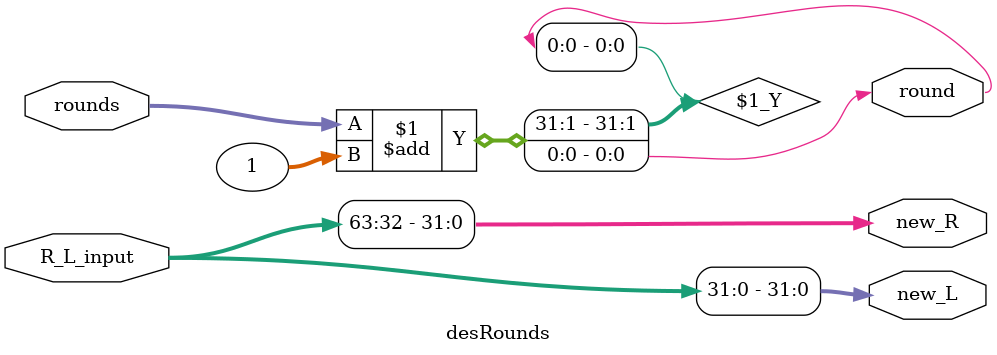
<source format=v>
module desRounds(output  [31:0] new_L, new_R, output round, input [3:0] rounds, input [63:0] R_L_input);

        assign new_L = R_L_input[31:0];
        assign new_R = R_L_input[63:32];
        assign round = rounds + 1;
    
endmodule

</source>
